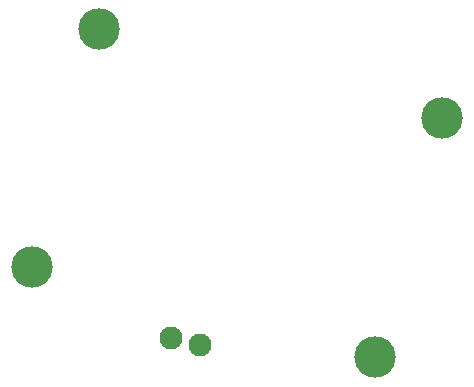
<source format=gbs>
G04 Layer_Color=16711935*
%FSLAX25Y25*%
%MOIN*%
G70*
G01*
G75*
%ADD47C,0.07690*%
%ADD48C,0.13792*%
D47*
X435250Y230291D02*
D03*
X425591Y232879D02*
D03*
D48*
X379402Y256398D02*
D03*
X493669Y226390D02*
D03*
X516043Y305980D02*
D03*
X401721Y335650D02*
D03*
M02*

</source>
